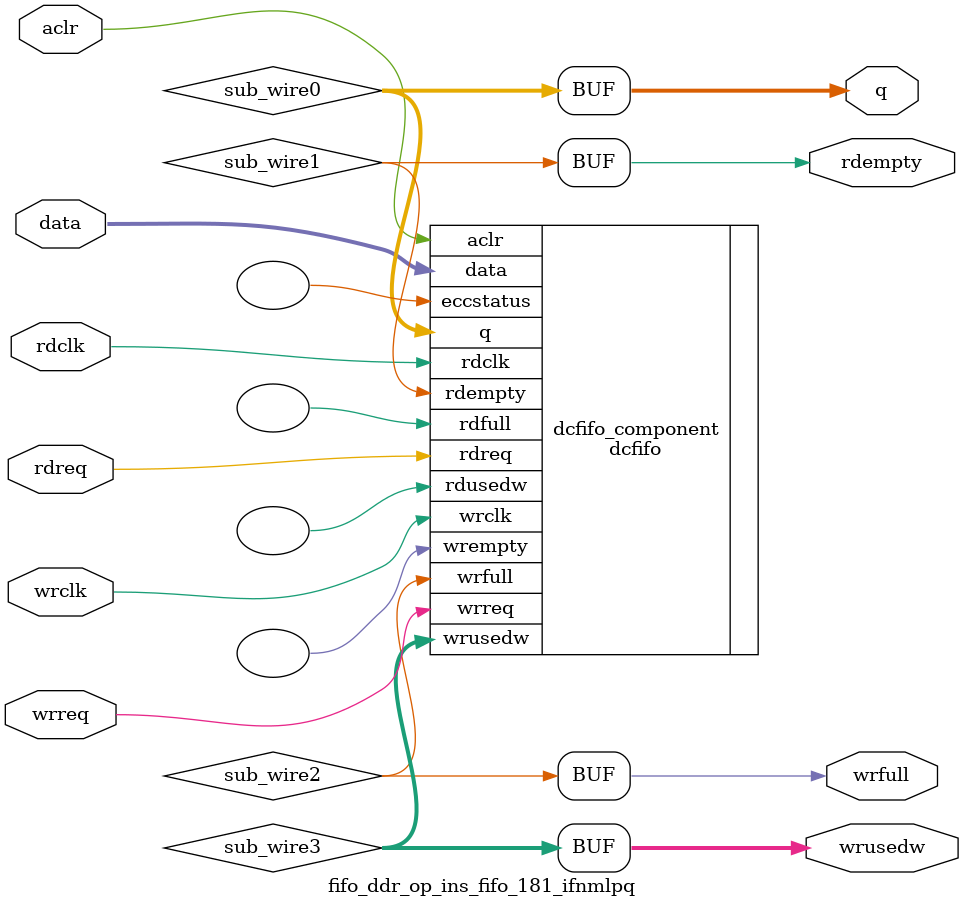
<source format=v>



`timescale 1 ps / 1 ps
// synopsys translate_on
module  fifo_ddr_op_ins_fifo_181_ifnmlpq  (
    aclr,
    data,
    rdclk,
    rdreq,
    wrclk,
    wrreq,
    q,
    rdempty,
    wrfull,
    wrusedw);

    input    aclr;
    input  [546:0]  data;
    input    rdclk;
    input    rdreq;
    input    wrclk;
    input    wrreq;
    output [546:0]  q;
    output   rdempty;
    output   wrfull;
    output [5:0]  wrusedw;
`ifndef ALTERA_RESERVED_QIS
// synopsys translate_off
`endif
    tri0     aclr;
`ifndef ALTERA_RESERVED_QIS
// synopsys translate_on
`endif

    wire [546:0] sub_wire0;
    wire  sub_wire1;
    wire  sub_wire2;
    wire [5:0] sub_wire3;
    wire [546:0] q = sub_wire0[546:0];
    wire  rdempty = sub_wire1;
    wire  wrfull = sub_wire2;
    wire [5:0] wrusedw = sub_wire3[5:0];

    dcfifo  dcfifo_component (
                .aclr (aclr),
                .data (data),
                .rdclk (rdclk),
                .rdreq (rdreq),
                .wrclk (wrclk),
                .wrreq (wrreq),
                .q (sub_wire0),
                .rdempty (sub_wire1),
                .wrfull (sub_wire2),
                .wrusedw (sub_wire3),
                .eccstatus (),
                .rdfull (),
                .rdusedw (),
                .wrempty ());
    defparam
        dcfifo_component.enable_ecc  = "FALSE",
        dcfifo_component.intended_device_family  = "Arria 10",
        dcfifo_component.lpm_hint  = "DISABLE_DCFIFO_EMBEDDED_TIMING_CONSTRAINT=TRUE",
        dcfifo_component.lpm_numwords  = 64,
        dcfifo_component.lpm_showahead  = "ON",
        dcfifo_component.lpm_type  = "dcfifo",
        dcfifo_component.lpm_width  = 547,
        dcfifo_component.lpm_widthu  = 6,
        dcfifo_component.overflow_checking  = "ON",
        dcfifo_component.rdsync_delaypipe  = 5,
        dcfifo_component.read_aclr_synch  = "OFF",
        dcfifo_component.underflow_checking  = "ON",
        dcfifo_component.use_eab  = "ON",
        dcfifo_component.write_aclr_synch  = "OFF",
        dcfifo_component.wrsync_delaypipe  = 5;


endmodule



</source>
